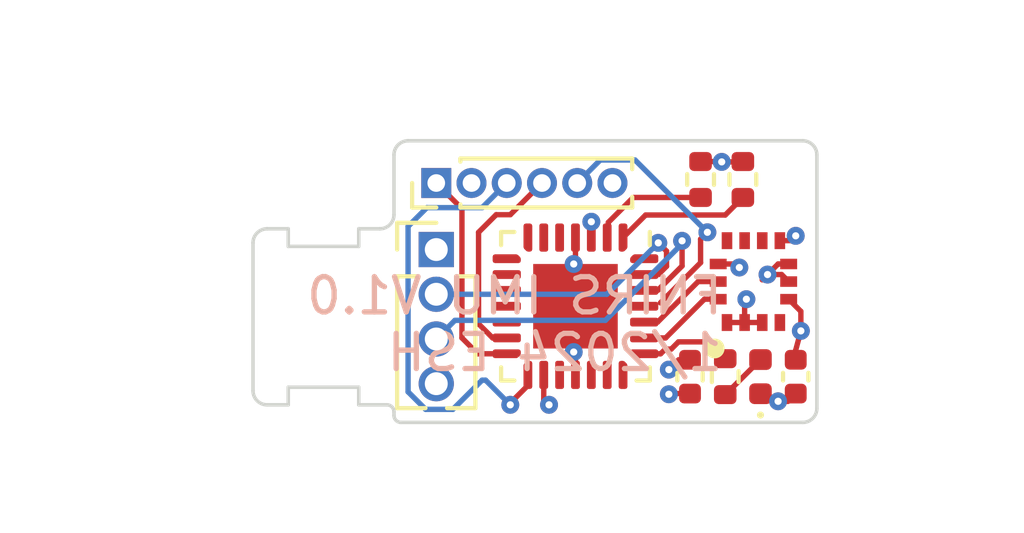
<source format=kicad_pcb>
(kicad_pcb (version 20221018) (generator pcbnew)
  (layers (0 "F.Cu" signal) (1 "In1.Cu" signal) (2 "In2.Cu" signal) (31 "B.Cu" signal) (34 "B.Paste" user) (35 "F.Paste" user) (36 "B.SilkS" user "B.Silkscreen") (37 "F.SilkS" user "F.Silkscreen") (38 "B.Mask" user) (39 "F.Mask" user) (44 "Edge.Cuts" user))
  (net 0 "")
  (net 1 "VCC")
  (net 2 "GND")
  (net 3 "/nRESET")
  (net 4 "Net-(D1-A)")
  (net 5 "/TXD")
  (net 6 "/RXD")
  (net 7 "/MISO")
  (net 12 "/SCK")
  (net 16 "/MOSI")
  (net 17 "Net-(JP1-A)")
  (net 21 "Net-(JP2-A)")
  (net 22 "/SCL")
  (net 27 "/SDA")
  (net 30 "Net-(U3-PC3)")
  (footprint "Capacitor_SMD:C_0402_1005Metric" (layer "F.Cu") (at 58.4 61.7 -90)
    (fp_text reference "C2" hide)
    (fp_text value "C_Small" hide)
    (fp_line (start -0.107836 -0.36) (end 0.107836 -0.36) (stroke (width 0.12)) (layer "F.SilkS"))
    (fp_line (start -0.107836 0.36) (end 0.107836 0.36) (stroke (width 0.12)) (layer "F.SilkS"))
    (pad "1" smd roundrect (at -0.48 0 270) (size 0.56 0.62) (layers "F.Cu" "F.Paste" "F.Mask") (net 1 "VCC"))
    (pad "2" smd roundrect (at 0.48 0 270) (size 0.56 0.62) (layers "F.Cu" "F.Paste" "F.Mask") (net 2 "GND"))
  )
  (footprint "Package_DFN_QFN:QFN-28-1EP_4x4mm_P0.45mm_EP2.4x2.4mm" (layer "F.Cu") (at 55.15 59.7 -90)
    (fp_text reference "U3" hide)
    (fp_text value "ATmega168A-MM" hide)
    (fp_line (start -2.11 2.11) (end -2.11 1.735) (stroke (width 0.12)) (layer "F.SilkS"))
    (fp_line (start -1.735 -2.11) (end -2.11 -2.11) (stroke (width 0.12)) (layer "F.SilkS"))
    (fp_line (start -1.735 2.11) (end -2.11 2.11) (stroke (width 0.12)) (layer "F.SilkS"))
    (fp_line (start 1.735 -2.11) (end 2.11 -2.11) (stroke (width 0.12)) (layer "F.SilkS"))
    (fp_line (start 1.735 2.11) (end 2.11 2.11) (stroke (width 0.12)) (layer "F.SilkS"))
    (fp_line (start 2.11 -2.11) (end 2.11 -1.735) (stroke (width 0.12)) (layer "F.SilkS"))
    (fp_line (start 2.11 2.11) (end 2.11 1.735) (stroke (width 0.12)) (layer "F.SilkS"))
    (pad "1" smd custom (at -1.95 -1.35 270) (size 0.179289 0.179289) (layers "F.Cu" "F.Paste" "F.Mask") (net 21 "Net-(JP2-A)") (options (clearance outline) (anchor circle)) (primitives (gr_poly (pts (xy 0.3375 0.000888) (xy 0.3375 0.0625) (xy -0.3375 0.0625) (xy -0.3375 -0.0625) (xy 0.274112 -0.0625)) (width 0.125) (fill yes))))
    (pad "2" smd roundrect (at -1.95 -0.9 270) (size 0.8 0.25) (layers "F.Cu" "F.Paste" "F.Mask") (net 17 "Net-(JP1-A)"))
    (pad "3" smd roundrect (at -1.95 -0.45 270) (size 0.8 0.25) (layers "F.Cu" "F.Paste" "F.Mask") (net 1 "VCC"))
    (pad "4" smd roundrect (at -1.95 0 270) (size 0.8 0.25) (layers "F.Cu" "F.Paste" "F.Mask") (net 2 "GND"))
    (pad "5" smd roundrect (at -1.95 0.45 270) (size 0.8 0.25) (layers "F.Cu" "F.Paste" "F.Mask"))
    (pad "6" smd roundrect (at -1.95 0.9 270) (size 0.8 0.25) (layers "F.Cu" "F.Paste" "F.Mask"))
    (pad "7" smd custom (at -1.95 1.35 270) (size 0.179289 0.179289) (layers "F.Cu" "F.Paste" "F.Mask") (options (clearance outline) (anchor circle)) (primitives (gr_poly (pts (xy 0.3375 -0.000888) (xy 0.274112 0.0625) (xy -0.3375 0.0625) (xy -0.3375 -0.0625) (xy 0.3375 -0.0625)) (width 0.125) (fill yes))))
    (pad "8" smd custom (at -1.35 1.95 270) (size 0.179289 0.179289) (layers "F.Cu" "F.Paste" "F.Mask") (options (clearance outline) (anchor circle)) (primitives (gr_poly (pts (xy 0.0625 0.3375) (xy -0.0625 0.3375) (xy -0.0625 -0.274112) (xy 0.000888 -0.3375) (xy 0.0625 -0.3375)) (width 0.125) (fill yes))))
    (pad "9" smd roundrect (at -0.9 1.95 270) (size 0.25 0.8) (layers "F.Cu" "F.Paste" "F.Mask"))
    (pad "10" smd roundrect (at -0.45 1.95 270) (size 0.25 0.8) (layers "F.Cu" "F.Paste" "F.Mask"))
    (pad "11" smd roundrect (at 0 1.95 270) (size 0.25 0.8) (layers "F.Cu" "F.Paste" "F.Mask"))
    (pad "12" smd roundrect (at 0.45 1.95 270) (size 0.25 0.8) (layers "F.Cu" "F.Paste" "F.Mask"))
    (pad "13" smd roundrect (at 0.9 1.95 270) (size 0.25 0.8) (layers "F.Cu" "F.Paste" "F.Mask") (net 16 "/MOSI"))
    (pad "14" smd custom (at 1.35 1.95 270) (size 0.179289 0.179289) (layers "F.Cu" "F.Paste" "F.Mask") (net 7 "/MISO") (options (clearance outline) (anchor circle)) (primitives (gr_poly (pts (xy 0.0625 -0.274112) (xy 0.0625 0.3375) (xy -0.0625 0.3375) (xy -0.0625 -0.3375) (xy -0.000888 -0.3375)) (width 0.125) (fill yes))))
    (pad "15" smd custom (at 1.95 1.35 270) (size 0.179289 0.179289) (layers "F.Cu" "F.Paste" "F.Mask") (net 12 "/SCK") (options (clearance outline) (anchor circle)) (primitives (gr_poly (pts (xy 0.3375 0.0625) (xy -0.274112 0.0625) (xy -0.3375 -0.000888) (xy -0.3375 -0.0625) (xy 0.3375 -0.0625)) (width 0.125) (fill yes))))
    (pad "16" smd roundrect (at 1.95 0.9 270) (size 0.8 0.25) (layers "F.Cu" "F.Paste" "F.Mask") (net 1 "VCC"))
    (pad "17" smd roundrect (at 1.95 0.45 270) (size 0.8 0.25) (layers "F.Cu" "F.Paste" "F.Mask"))
    (pad "18" smd roundrect (at 1.95 0 270) (size 0.8 0.25) (layers "F.Cu" "F.Paste" "F.Mask") (net 2 "GND"))
    (pad "19" smd roundrect (at 1.95 -0.45 270) (size 0.8 0.25) (layers "F.Cu" "F.Paste" "F.Mask"))
    (pad "20" smd roundrect (at 1.95 -0.9 270) (size 0.8 0.25) (layers "F.Cu" "F.Paste" "F.Mask"))
    (pad "21" smd custom (at 1.95 -1.35 270) (size 0.179289 0.179289) (layers "F.Cu" "F.Paste" "F.Mask") (options (clearance outline) (anchor circle)) (primitives (gr_poly (pts (xy 0.3375 0.0625) (xy -0.3375 0.0625) (xy -0.3375 0.000888) (xy -0.274112 -0.0625) (xy 0.3375 -0.0625)) (width 0.125) (fill yes))))
    (pad "22" smd custom (at 1.35 -1.95 270) (size 0.179289 0.179289) (layers "F.Cu" "F.Paste" "F.Mask") (net 30 "Net-(U3-PC3)") (options (clearance outline) (anchor circle)) (primitives (gr_poly (pts (xy 0.0625 0.274112) (xy -0.000888 0.3375) (xy -0.0625 0.3375) (xy -0.0625 -0.3375) (xy 0.0625 -0.3375)) (width 0.125) (fill yes))))
    (pad "23" smd roundrect (at 0.9 -1.95 270) (size 0.25 0.8) (layers "F.Cu" "F.Paste" "F.Mask") (net 27 "/SDA"))
    (pad "24" smd roundrect (at 0.45 -1.95 270) (size 0.25 0.8) (layers "F.Cu" "F.Paste" "F.Mask") (net 22 "/SCL"))
    (pad "25" smd roundrect (at 0 -1.95 270) (size 0.25 0.8) (layers "F.Cu" "F.Paste" "F.Mask") (net 3 "/nRESET"))
    (pad "26" smd roundrect (at -0.45 -1.95 270) (size 0.25 0.8) (layers "F.Cu" "F.Paste" "F.Mask") (net 6 "/RXD"))
    (pad "27" smd roundrect (at -0.9 -1.95 270) (size 0.25 0.8) (layers "F.Cu" "F.Paste" "F.Mask") (net 5 "/TXD"))
    (pad "28" smd custom (at -1.35 -1.95 270) (size 0.179289 0.179289) (layers "F.Cu" "F.Paste" "F.Mask") (options (clearance outline) (anchor circle)) (primitives (gr_poly (pts (xy 0.0625 0.3375) (xy 0.000888 0.3375) (xy -0.0625 0.274112) (xy -0.0625 -0.3375) (xy 0.0625 -0.3375)) (width 0.125) (fill yes))))
    (pad "29" smd rect (at 0 0 270) (size 2.4 2.4) (layers "F.Cu" "F.Mask") (net 2 "GND"))
  )
  (footprint "LED_SMD:LED_0402_1005Metric" (layer "F.Cu") (at 60.4 61.7 90)
    (fp_text reference "D1" hide)
    (fp_text value "LED" hide)
    (fp_circle (center -1.09 0) (end -1.04 0) (stroke (width 0.1)) (fill none) (layer "F.SilkS"))
    (pad "1" smd roundrect (at -0.485 0 90) (size 0.59 0.64) (layers "F.Cu" "F.Paste" "F.Mask") (net 2 "GND"))
    (pad "2" smd roundrect (at 0.485 0 90) (size 0.59 0.64) (layers "F.Cu" "F.Paste" "F.Mask") (net 4 "Net-(D1-A)"))
  )
  (footprint "Connector_PinHeader_1.27mm:PinHeader_1x04_P1.27mm_Vertical" (layer "F.Cu") (at 51.2 58.09)
    (fp_text reference "J1" hide)
    (fp_text value "Conn_01x04" hide)
    (fp_line (start -1.11 -0.76) (end 0 -0.76) (stroke (width 0.12)) (layer "F.SilkS"))
    (fp_line (start -1.11 0) (end -1.11 -0.76) (stroke (width 0.12)) (layer "F.SilkS"))
    (fp_line (start -1.11 0.76) (end -1.11 4.505) (stroke (width 0.12)) (layer "F.SilkS"))
    (fp_line (start -1.11 0.76) (end -0.563471 0.76) (stroke (width 0.12)) (layer "F.SilkS"))
    (fp_line (start -1.11 4.505) (end -0.30753 4.505) (stroke (width 0.12)) (layer "F.SilkS"))
    (fp_line (start 0.30753 4.505) (end 1.11 4.505) (stroke (width 0.12)) (layer "F.SilkS"))
    (fp_line (start 0.563471 0.76) (end 1.11 0.76) (stroke (width 0.12)) (layer "F.SilkS"))
    (fp_line (start 1.11 0.76) (end 1.11 4.505) (stroke (width 0.12)) (layer "F.SilkS"))
    (pad "1" thru_hole rect (at 0 0) (size 1 1) (drill 0.65) (layers "*.Cu" "*.Mask") (net 1 "VCC"))
    (pad "2" thru_hole oval (at 0 1.27) (size 1 1) (drill 0.65) (layers "*.Cu" "*.Mask") (net 5 "/TXD"))
    (pad "3" thru_hole oval (at 0 2.54) (size 1 1) (drill 0.65) (layers "*.Cu" "*.Mask") (net 6 "/RXD"))
    (pad "4" thru_hole oval (at 0 3.81) (size 1 1) (drill 0.65) (layers "*.Cu" "*.Mask") (net 2 "GND"))
  )
  (footprint "models:LGA-14L" (layer "F.Cu") (at 60.2 59 90)
    (fp_text reference "U2" hide)
    (fp_text value "ISM330DHCX" hide)
    (fp_circle (center -1.9 -1.1) (end -1.619506 -1.1) (fill solid) (layer "F.SilkS"))
    (pad "P1" smd rect (at -1.1625 -0.75 90) (size 0.48 0.3) (layers "F.Cu" "F.Paste" "F.Mask") (net 2 "GND"))
    (pad "P2" smd rect (at -1.1625 -0.25 90) (size 0.48 0.3) (layers "F.Cu" "F.Paste" "F.Mask") (net 2 "GND"))
    (pad "P3" smd rect (at -1.1625 0.25 90) (size 0.48 0.3) (layers "F.Cu" "F.Paste" "F.Mask") (net 2 "GND"))
    (pad "P4" smd rect (at -1.1625 0.75 90) (size 0.48 0.3) (layers "F.Cu" "F.Paste" "F.Mask"))
    (pad "P5" smd rect (at -0.5 1 90) (size 0.3 0.48) (layers "F.Cu" "F.Paste" "F.Mask") (net 1 "VCC"))
    (pad "P6" smd rect (at 0 1 90) (size 0.3 0.48) (layers "F.Cu" "F.Paste" "F.Mask") (net 2 "GND"))
    (pad "P7" smd rect (at 0.5 1 90) (size 0.3 0.48) (layers "F.Cu" "F.Paste" "F.Mask") (net 2 "GND"))
    (pad "P8" smd rect (at 1.1625 0.75 270) (size 0.48 0.3) (layers "F.Cu" "F.Paste" "F.Mask") (net 1 "VCC"))
    (pad "P9" smd rect (at 1.1625 0.25 270) (size 0.48 0.3) (layers "F.Cu" "F.Paste" "F.Mask"))
    (pad "P10" smd rect (at 1.1625 -0.25 270) (size 0.48 0.3) (layers "F.Cu" "F.Paste" "F.Mask"))
    (pad "P11" smd rect (at 1.1625 -0.75 270) (size 0.48 0.3) (layers "F.Cu" "F.Paste" "F.Mask"))
    (pad "P12" smd rect (at 0.5 -1 270) (size 0.3 0.48) (layers "F.Cu" "F.Paste" "F.Mask") (net 1 "VCC"))
    (pad "P13" smd rect (at 0 -1 270) (size 0.3 0.48) (layers "F.Cu" "F.Paste" "F.Mask") (net 22 "/SCL"))
    (pad "P14" smd rect (at -0.5 -1 270) (size 0.3 0.48) (layers "F.Cu" "F.Paste" "F.Mask") (net 27 "/SDA"))
  )
  (footprint "Resistor_SMD:R_0402_1005Metric" (layer "F.Cu") (at 59.4 61.7 -90)
    (fp_text reference "R1" hide)
    (fp_text value "R_US" hide)
    (fp_line (start -0.153641 -0.38) (end 0.153641 -0.38) (stroke (width 0.12)) (layer "F.SilkS"))
    (fp_line (start -0.153641 0.38) (end 0.153641 0.38) (stroke (width 0.12)) (layer "F.SilkS"))
    (pad "1" smd roundrect (at -0.51 0 270) (size 0.54 0.64) (layers "F.Cu" "F.Paste" "F.Mask") (net 30 "Net-(U3-PC3)"))
    (pad "2" smd roundrect (at 0.51 0 270) (size 0.54 0.64) (layers "F.Cu" "F.Paste" "F.Mask") (net 4 "Net-(D1-A)"))
  )
  (footprint "Resistor_SMD:R_0402_1005Metric" (layer "F.Cu") (at 58.7 56.1 90)
    (fp_text reference "JP1" hide)
    (fp_text value "JPR2" hide)
    (fp_line (start -0.153641 -0.38) (end 0.153641 -0.38) (stroke (width 0.12)) (layer "F.SilkS"))
    (fp_line (start -0.153641 0.38) (end 0.153641 0.38) (stroke (width 0.12)) (layer "F.SilkS"))
    (pad "1" smd roundrect (at -0.51 0 90) (size 0.54 0.64) (layers "F.Cu" "F.Paste" "F.Mask") (net 17 "Net-(JP1-A)"))
    (pad "2" smd roundrect (at 0.51 0 90) (size 0.54 0.64) (layers "F.Cu" "F.Paste" "F.Mask") (net 2 "GND"))
  )
  (footprint "Resistor_SMD:R_0402_1005Metric" (layer "F.Cu") (at 59.9 56.1 90)
    (fp_text reference "JP2" hide)
    (fp_text value "JPR2" hide)
    (fp_line (start -0.153641 -0.38) (end 0.153641 -0.38) (stroke (width 0.12)) (layer "F.SilkS"))
    (fp_line (start -0.153641 0.38) (end 0.153641 0.38) (stroke (width 0.12)) (layer "F.SilkS"))
    (pad "1" smd roundrect (at -0.51 0 90) (size 0.54 0.64) (layers "F.Cu" "F.Paste" "F.Mask") (net 21 "Net-(JP2-A)"))
    (pad "2" smd roundrect (at 0.51 0 90) (size 0.54 0.64) (layers "F.Cu" "F.Paste" "F.Mask") (net 2 "GND"))
  )
  (footprint "Connector_PinHeader_1.00mm:PinHeader_1x06_P1.00mm_Vertical" (layer "F.Cu") (at 51.2 56.2 90)
    (fp_text reference "J3" hide)
    (fp_text value "AVR-ISP-6" hide)
    (fp_line (start -0.695 -0.685) (end 0 -0.685) (stroke (width 0.12)) (layer "F.SilkS"))
    (fp_line (start -0.695 0) (end -0.695 -0.685) (stroke (width 0.12)) (layer "F.SilkS"))
    (fp_line (start -0.695 0.685) (end -0.695 5.56) (stroke (width 0.12)) (layer "F.SilkS"))
    (fp_line (start -0.695 0.685) (end -0.608276 0.685) (stroke (width 0.12)) (layer "F.SilkS"))
    (fp_line (start -0.695 5.56) (end -0.394493 5.56) (stroke (width 0.12)) (layer "F.SilkS"))
    (fp_line (start 0.394493 5.56) (end 0.695 5.56) (stroke (width 0.12)) (layer "F.SilkS"))
    (fp_line (start 0.608276 0.685) (end 0.695 0.685) (stroke (width 0.12)) (layer "F.SilkS"))
    (fp_line (start 0.695 0.685) (end 0.695 5.56) (stroke (width 0.12)) (layer "F.SilkS"))
    (pad "1" thru_hole rect (at 0 0 90) (size 0.85 0.85) (drill 0.5) (layers "*.Cu" "*.Mask") (net 7 "/MISO"))
    (pad "2" thru_hole oval (at 0 1 90) (size 0.85 0.85) (drill 0.5) (layers "*.Cu" "*.Mask") (net 1 "VCC"))
    (pad "3" thru_hole oval (at 0 2 90) (size 0.85 0.85) (drill 0.5) (layers "*.Cu" "*.Mask") (net 12 "/SCK"))
    (pad "4" thru_hole oval (at 0 3 90) (size 0.85 0.85) (drill 0.5) (layers "*.Cu" "*.Mask") (net 16 "/MOSI"))
    (pad "5" thru_hole oval (at 0 4 90) (size 0.85 0.85) (drill 0.5) (layers "*.Cu" "*.Mask") (net 3 "/nRESET"))
    (pad "6" thru_hole oval (at 0 5 90) (size 0.85 0.85) (drill 0.5) (layers "*.Cu" "*.Mask") (net 2 "GND"))
  )
  (footprint "Capacitor_SMD:C_0402_1005Metric" (layer "F.Cu") (at 61.4 61.7 -90)
    (fp_text reference "C1" hide)
    (fp_text value "C_Small" hide)
    (fp_line (start -0.107836 -0.36) (end 0.107836 -0.36) (stroke (width 0.12)) (layer "F.SilkS"))
    (fp_line (start -0.107836 0.36) (end 0.107836 0.36) (stroke (width 0.12)) (layer "F.SilkS"))
    (pad "1" smd roundrect (at -0.48 0 270) (size 0.56 0.62) (layers "F.Cu" "F.Paste" "F.Mask") (net 1 "VCC"))
    (pad "2" smd roundrect (at 0.48 0 270) (size 0.56 0.62) (layers "F.Cu" "F.Paste" "F.Mask") (net 2 "GND"))
  )
  (gr_line (start 61.6 63) (end 50.2 63) (stroke (width 0.1)) (layer "Edge.Cuts"))
  (gr_line (start 46.4 62.5) (end 47 62.5) (stroke (width 0.1)) (layer "Edge.Cuts"))
  (gr_arc (start 62 62.6) (mid 61.882843 62.882843) (end 61.6 63) (stroke (width 0.1)) (layer "Edge.Cuts"))
  (gr_line (start 49.6 57.5) (end 49 57.5) (stroke (width 0.1)) (layer "Edge.Cuts"))
  (gr_line (start 47 62.5) (end 47 62) (stroke (width 0.1)) (layer "Edge.Cuts"))
  (gr_arc (start 46 57.9) (mid 46.117157 57.617157) (end 46.4 57.5) (stroke (width 0.1)) (layer "Edge.Cuts"))
  (gr_line (start 62 55.4) (end 62 62.6) (stroke (width 0.1)) (layer "Edge.Cuts"))
  (gr_line (start 50 62.8) (end 50 62.7) (stroke (width 0.1)) (layer "Edge.Cuts"))
  (gr_line (start 46 57.9) (end 46 62.1) (stroke (width 0.1)) (layer "Edge.Cuts"))
  (gr_arc (start 61.6 55) (mid 61.882843 55.117157) (end 62 55.4) (stroke (width 0.1)) (layer "Edge.Cuts"))
  (gr_line (start 47 58) (end 47 57.5) (stroke (width 0.1)) (layer "Edge.Cuts"))
  (gr_line (start 49 58) (end 47 58) (stroke (width 0.1)) (layer "Edge.Cuts"))
  (gr_arc (start 50.2 63) (mid 50.058579 62.941421) (end 50 62.8) (stroke (width 0.1)) (layer "Edge.Cuts"))
  (gr_line (start 47 57.5) (end 46.4 57.5) (stroke (width 0.1)) (layer "Edge.Cuts"))
  (gr_line (start 47 62) (end 49 62) (stroke (width 0.1)) (layer "Edge.Cuts"))
  (gr_line (start 49 62) (end 49 62.5) (stroke (width 0.1)) (layer "Edge.Cuts"))
  (gr_arc (start 49.8 62.5) (mid 49.941421 62.558579) (end 50 62.7) (stroke (width 0.1)) (layer "Edge.Cuts"))
  (gr_line (start 50.4 55) (end 61.6 55) (stroke (width 0.1)) (layer "Edge.Cuts"))
  (gr_arc (start 50 57.1) (mid 49.882843 57.382843) (end 49.6 57.5) (stroke (width 0.1)) (layer "Edge.Cuts"))
  (gr_arc (start 50 55.4) (mid 50.117157 55.117157) (end 50.4 55) (stroke (width 0.1)) (layer "Edge.Cuts"))
  (gr_arc (start 46.4 62.5) (mid 46.117157 62.382843) (end 46 62.1) (stroke (width 0.1)) (layer "Edge.Cuts"))
  (gr_line (start 49 57.5) (end 49 58) (stroke (width 0.1)) (layer "Edge.Cuts"))
  (gr_line (start 50 55.4) (end 50 57.1) (stroke (width 0.1)) (layer "Edge.Cuts"))
  (gr_line (start 49 62.5) (end 49.8 62.5) (stroke (width 0.1)) (layer "Edge.Cuts"))
  (gr_text "FNIRS IMU V1.0\n1/2024 ESH" (at 59.4 61.6) (layer "B.SilkS") (effects (font (size 1 1)) (justify left bottom mirror)))
  (segment (start 61.2625 57.8375) (end 61.4 57.7) (width 0.1524) (layer "F.Cu") (net 1))
  (segment (start 54.25 62.35) (end 54.4 62.5) (width 0.1524) (layer "F.Cu") (net 1))
  (segment (start 60.95 57.8375) (end 61.2625 57.8375) (width 0.1524) (layer "F.Cu") (net 1))
  (segment (start 61.546 60.4) (end 61.4 60.946) (width 0.1524) (layer "F.Cu") (net 1))
  (segment (start 55.6 58.05) (end 55.6 57.3) (width 0.1524) (layer "F.Cu") (net 1))
  (segment (start 61.546 59.846) (end 61.546 60.4) (width 0.1524) (layer "F.Cu") (net 1))
  (segment (start 61.4 60.946) (end 61.4 61.22) (width 0.1524) (layer "F.Cu") (net 1))
  (segment (start 59.7 58.5) (end 59.8 58.6) (width 0.1524) (layer "F.Cu") (net 1))
  (segment (start 57.8 61.5) (end 58.080002 61.22) (width 0.1524) (layer "F.Cu") (net 1))
  (segment (start 61.2 59.5) (end 61.546 59.846) (width 0.1524) (layer "F.Cu") (net 1))
  (segment (start 59.2 58.5) (end 59.7 58.5) (width 0.1524) (layer "F.Cu") (net 1))
  (segment (start 54.25 61.65) (end 54.25 62.35) (width 0.1524) (layer "F.Cu") (net 1))
  (segment (start 58.080002 61.22) (end 58.4 61.22) (width 0.1524) (layer "F.Cu") (net 1))
  (via (at 54.4 62.5) (size 0.508) (drill 0.2032) (layers "F.Cu" "B.Cu") (net 1))
  (via (at 57.8 61.5) (size 0.508) (drill 0.2032) (layers "F.Cu" "B.Cu") (net 1))
  (via (at 55.6 57.3) (size 0.508) (drill 0.2032) (layers "F.Cu" "B.Cu") (net 1))
  (via (at 61.546 60.4) (size 0.508) (drill 0.2032) (layers "F.Cu" "B.Cu") (net 1))
  (via (at 61.4 57.7) (size 0.508) (drill 0.2032) (layers "F.Cu" "B.Cu") (net 1))
  (via (at 59.8 58.6) (size 0.508) (drill 0.2032) (layers "F.Cu" "B.Cu") (net 1))
  (segment (start 59.95 60.1625) (end 59.95 59.55) (width 0.1524) (layer "F.Cu") (net 2))
  (segment (start 60.6 58.8) (end 61 58.8) (width 0.1524) (layer "F.Cu") (net 2))
  (segment (start 60.9 58.5) (end 60.6 58.8) (width 0.1524) (layer "F.Cu") (net 2))
  (segment (start 59.29 55.59) (end 59.3 55.6) (width 0.1524) (layer "F.Cu") (net 2))
  (segment (start 61.18 62.4) (end 61.4 62.18) (width 0.1524) (layer "F.Cu") (net 2))
  (segment (start 55.15 61.95) (end 55.15 60) (width 0.1524) (layer "F.Cu") (net 2))
  (segment (start 57.82 62.18) (end 57.8 62.2) (width 0.1524) (layer "F.Cu") (net 2))
  (segment (start 59.89 55.6) (end 59.9 55.59) (width 0.1524) (layer "F.Cu") (net 2))
  (segment (start 61 58.8) (end 61.2 59) (width 0.1524) (layer "F.Cu") (net 2))
  (segment (start 60.585 62.185) (end 60.8 62.4) (width 0.1524) (layer "F.Cu") (net 2))
  (segment (start 61.2 58.5) (end 60.9 58.5) (width 0.1524) (layer "F.Cu") (net 2))
  (segment (start 59.95 59.55) (end 60 59.5) (width 0.1524) (layer "F.Cu") (net 2))
  (segment (start 55.15 58.05) (end 55.15 58.65) (width 0.1524) (layer "F.Cu") (net 2))
  (segment (start 55.15 58.65) (end 55.1 58.7) (width 0.1524) (layer "F.Cu") (net 2))
  (segment (start 60.9 62.4) (end 61.18 62.4) (width 0.1524) (layer "F.Cu") (net 2))
  (segment (start 58.7 55.59) (end 59.29 55.59) (width 0.1524) (layer "F.Cu") (net 2))
  (segment (start 59.3 55.6) (end 59.89 55.6) (width 0.1524) (layer "F.Cu") (net 2))
  (segment (start 55.15 58.75) (end 55.15 60) (width 0.1524) (layer "F.Cu") (net 2))
  (segment (start 60.45 58.95) (end 60.6 58.8) (width 0.1524) (layer "F.Cu") (net 2))
  (segment (start 58.4 62.18) (end 57.82 62.18) (width 0.1524) (layer "F.Cu") (net 2))
  (segment (start 55.1 58.7) (end 55.15 58.75) (width 0.1524) (layer "F.Cu") (net 2))
  (segment (start 59.95 60.1625) (end 59.45 60.1625) (width 0.1524) (layer "F.Cu") (net 2))
  (segment (start 59.95 60.1625) (end 60.45 60.1625) (width 0.1524) (layer "F.Cu") (net 2))
  (segment (start 60.4 62.185) (end 60.585 62.185) (width 0.1524) (layer "F.Cu") (net 2))
  (via (at 60.6 58.8) (size 0.508) (drill 0.2032) (layers "F.Cu" "B.Cu") (net 2))
  (via (at 59.3 55.6) (size 0.508) (drill 0.2032) (layers "F.Cu" "B.Cu") (net 2))
  (via (at 55.1 58.5) (size 0.508) (drill 0.2032) (layers "F.Cu" "B.Cu") (net 2))
  (via (at 57.8 62.2) (size 0.508) (drill 0.2032) (layers "F.Cu" "B.Cu") (net 2))
  (via (at 55.1 61) (size 0.508) (drill 0.2032) (layers "F.Cu" "B.Cu") (net 2))
  (via (at 60.9 62.4) (size 0.508) (drill 0.2032) (layers "F.Cu" "B.Cu") (net 2))
  (via (at 60 59.5) (size 0.508) (drill 0.2032) (layers "F.Cu" "B.Cu") (net 2))
  (segment (start 58.7 57.793598) (end 58.893598 57.6) (width 0.1524) (layer "F.Cu") (net 3))
  (segment (start 58.7 58.46341) (end 58.7 57.793598) (width 0.1524) (layer "F.Cu") (net 3))
  (segment (start 57.55981 59.6036) (end 58.7 58.46341) (width 0.1524) (layer "F.Cu") (net 3))
  (via (at 58.893598 57.6) (size 0.508) (drill 0.2032) (layers "F.Cu" "B.Cu") (net 3))
  (segment (start 55.8536 55.5464) (end 55.2 56.2) (width 0.1524) (layer "B.Cu") (net 3))
  (segment (start 56.839998 55.5464) (end 55.8536 55.5464) (width 0.1524) (layer "B.Cu") (net 3))
  (segment (start 58.893598 57.6) (end 56.839998 55.5464) (width 0.1524) (layer "B.Cu") (net 3))
  (segment (start 59.4 62.21) (end 59.405 62.21) (width 0.1524) (layer "F.Cu") (net 4))
  (segment (start 59.405 62.21) (end 60.4 61.215) (width 0.1524) (layer "F.Cu") (net 4))
  (segment (start 57.73375 58.13375) (end 57.5 57.9) (width 0.1524) (layer "F.Cu") (net 5))
  (segment (start 57.73375 58.13375) (end 57.73375 58.566249) (width 0.1524) (layer "F.Cu") (net 5))
  (segment (start 57.73375 58.566249) (end 57.499999 58.8) (width 0.1524) (layer "F.Cu") (net 5))
  (segment (start 57.499999 58.8) (end 57.1 58.8) (width 0.1524) (layer "F.Cu") (net 5))
  (via (at 57.5 57.9) (size 0.508) (drill 0.2032) (layers "F.Cu" "B.Cu") (net 5))
  (segment (start 57.5 57.9) (end 56.04 59.36) (width 0.1524) (layer "B.Cu") (net 5))
  (segment (start 56.04 59.36) (end 51.2 59.36) (width 0.1524) (layer "B.Cu") (net 5))
  (segment (start 58.175272 58.557086) (end 58.175272 57.842024) (width 0.1524) (layer "F.Cu") (net 6))
  (segment (start 57.482358 59.25) (end 58.175272 58.557086) (width 0.1524) (layer "F.Cu") (net 6))
  (segment (start 57.1 59.25) (end 57.482358 59.25) (width 0.1524) (layer "F.Cu") (net 6))
  (via (at 58.175272 57.842024) (size 0.508) (drill 0.2032) (layers "F.Cu" "B.Cu") (net 6))
  (segment (start 56 60.1) (end 58.175272 57.924728) (width 0.1524) (layer "B.Cu") (net 6))
  (segment (start 51.2 60.63) (end 51.73 60.1) (width 0.1524) (layer "B.Cu") (net 6))
  (segment (start 58.175272 57.924728) (end 58.175272 57.842024) (width 0.1524) (layer "B.Cu") (net 6))
  (segment (start 51.73 60.1) (end 56 60.1) (width 0.1524) (layer "B.Cu") (net 6))
  (segment (start 51.9286 56.9286) (end 51.9286 60.6) (width 0.1524) (layer "F.Cu") (net 7))
  (segment (start 52.3786 61.05) (end 53.2 61.05) (width 0.1524) (layer "F.Cu") (net 7))
  (segment (start 51.2 56.2) (end 51.9286 56.9286) (width 0.1524) (layer "F.Cu") (net 7))
  (segment (start 51.9286 60.6) (end 52.3786 61.05) (width 0.1524) (layer "F.Cu") (net 7))
  (segment (start 53.3 62.45) (end 53.8 61.95) (width 0.1524) (layer "F.Cu") (net 12))
  (segment (start 53.3 62.5) (end 53.3 62.45) (width 0.1524) (layer "F.Cu") (net 12))
  (via (at 53.3 62.5) (size 0.508) (drill 0.2032) (layers "F.Cu" "B.Cu") (net 12))
  (segment (start 50.898203 62.6286) (end 50.4 62.130397) (width 0.1524) (layer "B.Cu") (net 12))
  (segment (start 50.4 57.4328) (end 50.9328 56.9) (width 0.1524) (layer "B.Cu") (net 12))
  (segment (start 52.5 56.9) (end 53.2 56.2) (width 0.1524) (layer "B.Cu") (net 12))
  (segment (start 52.5 61.8) (end 52.6 61.8) (width 0.1524) (layer "B.Cu") (net 12))
  (segment (start 50.9328 56.9) (end 52.5 56.9) (width 0.1524) (layer "B.Cu") (net 12))
  (segment (start 52.5 61.8) (end 51.6714 62.6286) (width 0.1524) (layer "B.Cu") (net 12))
  (segment (start 51.6714 62.6286) (end 50.898203 62.6286) (width 0.1524) (layer "B.Cu") (net 12))
  (segment (start 50.4 62.130397) (end 50.4 57.4328) (width 0.1524) (layer "B.Cu") (net 12))
  (segment (start 52.6 61.8) (end 53.3 62.5) (width 0.1524) (layer "B.Cu") (net 12))
  (segment (start 53.2 60.6) (end 52.800001 60.6) (width 0.1524) (layer "F.Cu") (net 16))
  (segment (start 52.9 57.1) (end 53.3 57.1) (width 0.1524) (layer "F.Cu") (net 16))
  (segment (start 53.3 57.1) (end 54.2 56.2) (width 0.1524) (layer "F.Cu") (net 16))
  (segment (start 52.4 60.199999) (end 52.4 57.6) (width 0.1524) (layer "F.Cu") (net 16))
  (segment (start 52.800001 60.6) (end 52.4 60.199999) (width 0.1524) (layer "F.Cu") (net 16))
  (segment (start 52.4 57.6) (end 52.9 57.1) (width 0.1524) (layer "F.Cu") (net 16))
  (segment (start 56.0826 57.7174) (end 56.0826 57.3174) (width 0.1524) (layer "F.Cu") (net 17))
  (segment (start 56.0826 57.3174) (end 56.79 56.61) (width 0.1524) (layer "F.Cu") (net 17))
  (segment (start 56.05 57.75) (end 56.0826 57.7174) (width 0.1524) (layer "F.Cu") (net 17))
  (segment (start 56.79 56.61) (end 58.7 56.61) (width 0.1524) (layer "F.Cu") (net 17))
  (segment (start 59.4014 57.1086) (end 59.9 56.61) (width 0.1524) (layer "F.Cu") (net 21))
  (segment (start 56.5 57.75) (end 57.1414 57.1086) (width 0.1524) (layer "F.Cu") (net 21))
  (segment (start 57.1414 57.1086) (end 59.4014 57.1086) (width 0.1524) (layer "F.Cu") (net 21))
  (segment (start 59.2 59) (end 58.631052 59) (width 0.1524) (layer "F.Cu") (net 22))
  (segment (start 58.631052 59) (end 57.481052 60.15) (width 0.1524) (layer "F.Cu") (net 22))
  (segment (start 57.481052 60.15) (end 57.1 60.15) (width 0.1524) (layer "F.Cu") (net 22))
  (segment (start 57.7076 60.6) (end 57.1 60.6) (width 0.1524) (layer "F.Cu") (net 27))
  (segment (start 59.2 59.5) (end 58.8076 59.5) (width 0.1524) (layer "F.Cu") (net 27))
  (segment (start 58.8076 59.5) (end 57.7076 60.6) (width 0.1524) (layer "F.Cu") (net 27))
  (segment (start 57.86744 60.9174) (end 58.07344 60.7114) (width 0.1524) (layer "F.Cu") (net 30))
  (segment (start 57.567502 61.05) (end 57.700102 60.9174) (width 0.1524) (layer "F.Cu") (net 30))
  (segment (start 57.700102 60.9174) (end 57.86744 60.9174) (width 0.1524) (layer "F.Cu") (net 30))
  (segment (start 58.9214 60.7114) (end 59.4 61.19) (width 0.1524) (layer "F.Cu") (net 30))
  (segment (start 57.1 61.05) (end 57.567502 61.05) (width 0.1524) (layer "F.Cu") (net 30))
  (segment (start 58.07344 60.7114) (end 58.9214 60.7114) (width 0.1524) (layer "F.Cu") (net 30))
)
</source>
